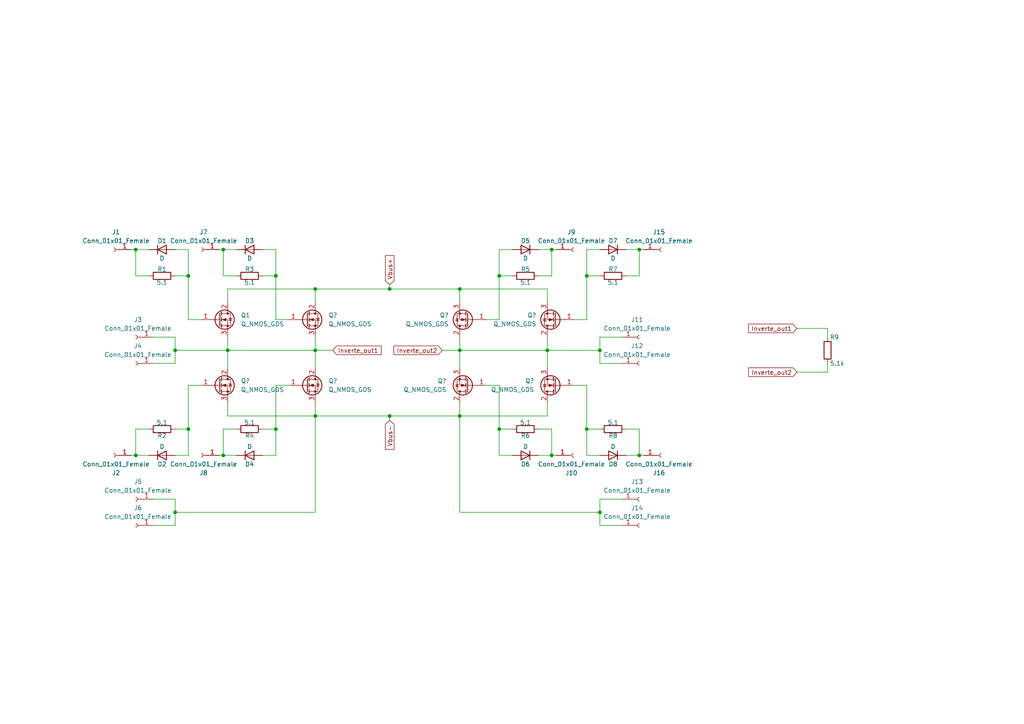
<source format=kicad_sch>
(kicad_sch (version 20211123) (generator eeschema)
  (paper "A4")
  (lib_symbols
    (symbol "Connector:Conn_01x01_Female" (pin_names (offset 1.016) hide)
      (property "Reference" "J" (at 0 2.54 0))
      (property "Value" "Conn_01x01_Female" (at 0 -2.54 0))
      (symbol "Conn_01x01_Female_1_1"
        (polyline (pts (xy -1.27 0) (xy -0.508 0)) (stroke (width 0.1524)))
        (arc (start 0 0.508) (mid -0.508 0) (end 0 -0.508) (stroke (width 0.1524)))
        (pin passive line (at -5.08 0 0) (length 3.81) (name "Pin_1") (number "1"))
      )
    )
    (symbol "Device:D" (pin_numbers hide) (pin_names (offset 1.016) hide)
      (property "Reference" "D" (at 0 2.54 0))
      (property "Value" "D" (at 0 -2.54 0))
      (symbol "D_0_1"
        (polyline (pts (xy -1.27 1.27) (xy -1.27 -1.27)) (stroke (width 0.254)))
        (polyline (pts (xy 1.27 0) (xy -1.27 0)))
        (polyline (pts (xy 1.27 1.27) (xy 1.27 -1.27) (xy -1.27 0) (xy 1.27 1.27)) (stroke (width 0.254)))
      )
      (symbol "D_1_1"
        (pin passive line (at -3.81 0 0) (length 2.54) (name "K") (number "1"))
        (pin passive line (at 3.81 0 180) (length 2.54) (name "A") (number "2"))
      )
    )
    (symbol "Device:Q_NMOS_GDS" (pin_names (offset 0) hide)
      (property "Reference" "Q" (at 5.08 1.27 0))
      (property "Value" "Q_NMOS_GDS" (at 5.08 -1.27 0))
      (symbol "Q_NMOS_GDS_0_1"
        (polyline (pts (xy 0.254 0) (xy -2.54 0)))
        (polyline (pts (xy 0.254 1.905) (xy 0.254 -1.905)) (stroke (width 0.254)))
        (polyline (pts (xy 0.762 -1.27) (xy 0.762 -2.286)) (stroke (width 0.254)))
        (polyline (pts (xy 0.762 0.508) (xy 0.762 -0.508)) (stroke (width 0.254)))
        (polyline (pts (xy 0.762 2.286) (xy 0.762 1.27)) (stroke (width 0.254)))
        (polyline (pts (xy 2.54 2.54) (xy 2.54 1.778)))
        (polyline (pts (xy 2.54 -2.54) (xy 2.54 0) (xy 0.762 0)))
        (polyline (pts (xy 0.762 -1.778) (xy 3.302 -1.778) (xy 3.302 1.778) (xy 0.762 1.778)))
        (polyline (pts (xy 1.016 0) (xy 2.032 0.381) (xy 2.032 -0.381) (xy 1.016 0)) (fill (type outline)))
        (polyline (pts (xy 2.794 0.508) (xy 2.921 0.381) (xy 3.683 0.381) (xy 3.81 0.254)))
        (polyline (pts (xy 3.302 0.381) (xy 2.921 -0.254) (xy 3.683 -0.254) (xy 3.302 0.381)))
        (circle (center 1.651 0) (radius 2.794) (stroke (width 0.254)))
        (circle (center 2.54 -1.778) (radius 0.254) (fill (type outline)))
        (circle (center 2.54 1.778) (radius 0.254) (fill (type outline)))
      )
      (symbol "Q_NMOS_GDS_1_1"
        (pin input line (at -5.08 0 0) (length 2.54) (name "G") (number "1"))
        (pin passive line (at 2.54 5.08 270) (length 2.54) (name "D") (number "2"))
        (pin passive line (at 2.54 -5.08 90) (length 2.54) (name "S") (number "3"))
      )
    )
    (symbol "Device:R" (pin_numbers hide) (pin_names (offset 0))
      (property "Reference" "R" (at 2.032 0 90))
      (property "Value" "R" (at 0 0 90))
      (symbol "R_0_1"
        (rectangle (start -1.016 -2.54) (end 1.016 2.54) (stroke (width 0.254)))
      )
      (symbol "R_1_1"
        (pin passive line (at 0 3.81 270) (length 1.27) (name "~") (number "1"))
        (pin passive line (at 0 -3.81 90) (length 1.27) (name "~") (number "2"))
      )
    )
  )
  (junction (at 54.61 124.46))
  (junction (at 64.77 132.08))
  (junction (at 80.01 80.01))
  (junction (at 91.44 101.6))
  (junction (at 133.35 120.65))
  (junction (at 173.99 101.6))
  (junction (at 133.35 101.6))
  (junction (at 160.02 132.08))
  (junction (at 50.8 101.6))
  (junction (at 133.35 83.82))
  (junction (at 160.02 72.39))
  (junction (at 80.01 124.46))
  (junction (at 144.78 80.01))
  (junction (at 91.44 120.65))
  (junction (at 66.04 101.6))
  (junction (at 173.99 148.59))
  (junction (at 185.42 72.39))
  (junction (at 54.61 80.01))
  (junction (at 39.37 72.39))
  (junction (at 158.75 101.6))
  (junction (at 64.77 72.39))
  (junction (at 170.18 80.01))
  (junction (at 50.8 148.59))
  (junction (at 144.78 124.46))
  (junction (at 113.03 83.82))
  (junction (at 170.18 124.46))
  (junction (at 185.42 132.08))
  (junction (at 39.37 132.08))
  (junction (at 91.44 83.82))
  (junction (at 113.03 120.65))
  (wire (pts (xy 50.8 132.08) (xy 54.61 132.08)))
  (wire (pts (xy 39.37 80.01) (xy 43.18 80.01)))
  (wire (pts (xy 173.99 148.59) (xy 173.99 152.4)))
  (wire (pts (xy 156.21 132.08) (xy 160.02 132.08)))
  (wire (pts (xy 68.58 72.39) (xy 64.77 72.39)))
  (wire (pts (xy 50.8 97.79) (xy 50.8 101.6)))
  (wire (pts (xy 50.8 101.6) (xy 66.04 101.6)))
  (wire (pts (xy 148.59 72.39) (xy 144.78 72.39)))
  (wire (pts (xy 160.02 72.39) (xy 160.02 80.01)))
  (wire (pts (xy 173.99 97.79) (xy 173.99 101.6)))
  (wire (pts (xy 170.18 72.39) (xy 170.18 80.01)))
  (wire (pts (xy 160.02 132.08) (xy 160.02 124.46)))
  (wire (pts (xy 173.99 148.59) (xy 133.35 148.59)))
  (wire (pts (xy 50.8 72.39) (xy 54.61 72.39)))
  (wire (pts (xy 158.75 116.84) (xy 158.75 120.65)))
  (wire (pts (xy 173.99 124.46) (xy 170.18 124.46)))
  (wire (pts (xy 180.34 97.79) (xy 173.99 97.79)))
  (wire (pts (xy 173.99 105.41) (xy 180.34 105.41)))
  (wire (pts (xy 91.44 101.6) (xy 66.04 101.6)))
  (wire (pts (xy 133.35 83.82) (xy 133.35 87.63)))
  (wire (pts (xy 156.21 72.39) (xy 160.02 72.39)))
  (wire (pts (xy 144.78 72.39) (xy 144.78 80.01)))
  (wire (pts (xy 76.2 124.46) (xy 80.01 124.46)))
  (wire (pts (xy 50.8 144.78) (xy 50.8 148.59)))
  (wire (pts (xy 91.44 83.82) (xy 113.03 83.82)))
  (wire (pts (xy 144.78 132.08) (xy 144.78 124.46)))
  (wire (pts (xy 173.99 101.6) (xy 158.75 101.6)))
  (wire (pts (xy 144.78 111.76) (xy 140.97 111.76)))
  (wire (pts (xy 54.61 92.71) (xy 58.42 92.71)))
  (wire (pts (xy 170.18 92.71) (xy 166.37 92.71)))
  (wire (pts (xy 50.8 80.01) (xy 54.61 80.01)))
  (wire (pts (xy 144.78 80.01) (xy 144.78 92.71)))
  (wire (pts (xy 50.8 105.41) (xy 44.45 105.41)))
  (wire (pts (xy 50.8 152.4) (xy 44.45 152.4)))
  (wire (pts (xy 133.35 101.6) (xy 158.75 101.6)))
  (wire (pts (xy 44.45 97.79) (xy 50.8 97.79)))
  (wire (pts (xy 66.04 101.6) (xy 66.04 97.79)))
  (wire (pts (xy 66.04 101.6) (xy 66.04 106.68)))
  (wire (pts (xy 158.75 120.65) (xy 133.35 120.65)))
  (wire (pts (xy 173.99 132.08) (xy 170.18 132.08)))
  (wire (pts (xy 50.8 124.46) (xy 54.61 124.46)))
  (wire (pts (xy 148.59 124.46) (xy 144.78 124.46)))
  (wire (pts (xy 91.44 120.65) (xy 113.03 120.65)))
  (wire (pts (xy 76.2 72.39) (xy 80.01 72.39)))
  (wire (pts (xy 80.01 132.08) (xy 80.01 124.46)))
  (wire (pts (xy 39.37 72.39) (xy 39.37 80.01)))
  (wire (pts (xy 91.44 101.6) (xy 91.44 106.68)))
  (wire (pts (xy 68.58 132.08) (xy 64.77 132.08)))
  (wire (pts (xy 148.59 132.08) (xy 144.78 132.08)))
  (wire (pts (xy 240.03 95.25) (xy 240.03 97.79)))
  (wire (pts (xy 158.75 101.6) (xy 158.75 106.68)))
  (wire (pts (xy 186.69 132.08) (xy 185.42 132.08)))
  (wire (pts (xy 161.29 72.39) (xy 160.02 72.39)))
  (wire (pts (xy 148.59 80.01) (xy 144.78 80.01)))
  (wire (pts (xy 39.37 124.46) (xy 43.18 124.46)))
  (wire (pts (xy 91.44 101.6) (xy 96.52 101.6)))
  (wire (pts (xy 160.02 80.01) (xy 156.21 80.01)))
  (wire (pts (xy 76.2 80.01) (xy 80.01 80.01)))
  (wire (pts (xy 113.03 120.65) (xy 133.35 120.65)))
  (wire (pts (xy 54.61 132.08) (xy 54.61 124.46)))
  (wire (pts (xy 80.01 124.46) (xy 80.01 111.76)))
  (wire (pts (xy 91.44 148.59) (xy 91.44 120.65)))
  (wire (pts (xy 63.5 72.39) (xy 64.77 72.39)))
  (wire (pts (xy 185.42 72.39) (xy 185.42 80.01)))
  (wire (pts (xy 66.04 83.82) (xy 91.44 83.82)))
  (wire (pts (xy 144.78 124.46) (xy 144.78 111.76)))
  (wire (pts (xy 231.14 95.25) (xy 240.03 95.25)))
  (wire (pts (xy 80.01 72.39) (xy 80.01 80.01)))
  (wire (pts (xy 170.18 111.76) (xy 166.37 111.76)))
  (wire (pts (xy 113.03 82.55) (xy 113.03 83.82)))
  (wire (pts (xy 158.75 83.82) (xy 133.35 83.82)))
  (wire (pts (xy 158.75 101.6) (xy 158.75 97.79)))
  (wire (pts (xy 50.8 148.59) (xy 91.44 148.59)))
  (wire (pts (xy 173.99 80.01) (xy 170.18 80.01)))
  (wire (pts (xy 161.29 132.08) (xy 160.02 132.08)))
  (wire (pts (xy 63.5 132.08) (xy 64.77 132.08)))
  (wire (pts (xy 173.99 152.4) (xy 180.34 152.4)))
  (wire (pts (xy 54.61 72.39) (xy 54.61 80.01)))
  (wire (pts (xy 39.37 132.08) (xy 39.37 124.46)))
  (wire (pts (xy 91.44 97.79) (xy 91.44 101.6)))
  (wire (pts (xy 80.01 92.71) (xy 83.82 92.71)))
  (wire (pts (xy 173.99 101.6) (xy 173.99 105.41)))
  (wire (pts (xy 186.69 72.39) (xy 185.42 72.39)))
  (wire (pts (xy 91.44 120.65) (xy 91.44 116.84)))
  (wire (pts (xy 66.04 87.63) (xy 66.04 83.82)))
  (wire (pts (xy 133.35 148.59) (xy 133.35 120.65)))
  (wire (pts (xy 54.61 80.01) (xy 54.61 92.71)))
  (wire (pts (xy 54.61 124.46) (xy 54.61 111.76)))
  (wire (pts (xy 144.78 92.71) (xy 140.97 92.71)))
  (wire (pts (xy 173.99 144.78) (xy 173.99 148.59)))
  (wire (pts (xy 185.42 80.01) (xy 181.61 80.01)))
  (wire (pts (xy 185.42 132.08) (xy 185.42 124.46)))
  (wire (pts (xy 38.1 132.08) (xy 39.37 132.08)))
  (wire (pts (xy 181.61 72.39) (xy 185.42 72.39)))
  (wire (pts (xy 91.44 83.82) (xy 91.44 87.63)))
  (wire (pts (xy 240.03 105.41) (xy 240.03 107.95)))
  (wire (pts (xy 80.01 111.76) (xy 83.82 111.76)))
  (wire (pts (xy 133.35 97.79) (xy 133.35 101.6)))
  (wire (pts (xy 66.04 116.84) (xy 66.04 120.65)))
  (wire (pts (xy 64.77 80.01) (xy 68.58 80.01)))
  (wire (pts (xy 128.27 101.6) (xy 133.35 101.6)))
  (wire (pts (xy 231.14 107.95) (xy 240.03 107.95)))
  (wire (pts (xy 43.18 72.39) (xy 39.37 72.39)))
  (wire (pts (xy 133.35 101.6) (xy 133.35 106.68)))
  (wire (pts (xy 66.04 120.65) (xy 91.44 120.65)))
  (wire (pts (xy 80.01 80.01) (xy 80.01 92.71)))
  (wire (pts (xy 64.77 132.08) (xy 64.77 124.46)))
  (wire (pts (xy 113.03 83.82) (xy 133.35 83.82)))
  (wire (pts (xy 38.1 72.39) (xy 39.37 72.39)))
  (wire (pts (xy 64.77 124.46) (xy 68.58 124.46)))
  (wire (pts (xy 50.8 101.6) (xy 50.8 105.41)))
  (wire (pts (xy 180.34 144.78) (xy 173.99 144.78)))
  (wire (pts (xy 170.18 124.46) (xy 170.18 111.76)))
  (wire (pts (xy 170.18 80.01) (xy 170.18 92.71)))
  (wire (pts (xy 185.42 124.46) (xy 181.61 124.46)))
  (wire (pts (xy 158.75 87.63) (xy 158.75 83.82)))
  (wire (pts (xy 181.61 132.08) (xy 185.42 132.08)))
  (wire (pts (xy 76.2 132.08) (xy 80.01 132.08)))
  (wire (pts (xy 160.02 124.46) (xy 156.21 124.46)))
  (wire (pts (xy 43.18 132.08) (xy 39.37 132.08)))
  (wire (pts (xy 50.8 148.59) (xy 50.8 152.4)))
  (wire (pts (xy 64.77 72.39) (xy 64.77 80.01)))
  (wire (pts (xy 173.99 72.39) (xy 170.18 72.39)))
  (wire (pts (xy 133.35 120.65) (xy 133.35 116.84)))
  (wire (pts (xy 113.03 120.65) (xy 113.03 121.92)))
  (wire (pts (xy 44.45 144.78) (xy 50.8 144.78)))
  (wire (pts (xy 54.61 111.76) (xy 58.42 111.76)))
  (wire (pts (xy 170.18 132.08) (xy 170.18 124.46)))
  (global_label "Inverte_out1" (shape input) (at 231.14 95.25 180) (property "Intersheet References" "${INTERSHEET_REFS}" (effects hide)))
  (global_label "Inverte_out2" (shape input) (at 128.27 101.6 180) (property "Intersheet References" "${INTERSHEET_REFS}" (effects hide)))
  (global_label "Inverte_out1" (shape input) (at 96.52 101.6 0) (property "Intersheet References" "${INTERSHEET_REFS}" (effects hide)))
  (global_label "Vbus+" (shape input) (at 113.03 82.55 90) (property "Intersheet References" "${INTERSHEET_REFS}" (effects hide)))
  (global_label "Inverte_out2" (shape input) (at 231.14 107.95 180) (property "Intersheet References" "${INTERSHEET_REFS}" (effects hide)))
  (global_label "Vbus-" (shape input) (at 113.03 121.92 270) (property "Intersheet References" "${INTERSHEET_REFS}" (effects hide)))
  (symbol (lib_id "Connector:Conn_01x01_Female") (at 185.42 144.78 0) (mirror x) (unit 1)
    (property "Reference" "J13" (at 184.785 139.7 0))
    (property "Value" "Conn_01x01_Female" (at 184.785 142.24 0))
    (property "Footprint" "Connector_PinSocket_2.54mm:PinSocket_1x01_P2.54mm_Vertical" (effects hide))
  )
  (symbol (lib_id "Device:R") (at 46.99 80.01 90) (unit 1)
    (property "Reference" "R1" (at 46.99 78.105 90))
    (property "Value" "5.1" (at 46.99 81.915 90))
    (property "Footprint" "Resistor_SMD:R_1206_3216Metric" (effects hide))
  )
  (symbol (lib_id "Connector:Conn_01x01_Female") (at 185.42 97.79 0) (mirror x) (unit 1)
    (property "Reference" "J11" (at 184.785 92.71 0))
    (property "Value" "Conn_01x01_Female" (at 184.785 95.25 0))
    (property "Footprint" "Connector_PinSocket_2.54mm:PinSocket_1x01_P2.54mm_Vertical" (effects hide))
  )
  (symbol (lib_id "Device:Q_NMOS_GDS") (at 88.9 111.76 0) (unit 1)
    (property "Reference" "Q?" (at 95.25 110.4899 0) (effects (justify left)))
    (property "Value" "Q_NMOS_GDS" (at 95.25 113.0299 0) (effects (justify left)))
    (property "Footprint" "Package_TO_SOT_SMD:TO-3P-SideMount" (effects hide))
  )
  (symbol (lib_id "Device:R") (at 152.4 124.46 270) (unit 1)
    (property "Reference" "R6" (at 152.4 126.365 90))
    (property "Value" "5.1" (at 152.4 122.555 90))
    (property "Footprint" "Resistor_SMD:R_1206_3216Metric" (effects hide))
  )
  (symbol (lib_id "Device:R") (at 152.4 80.01 270) (mirror x) (unit 1)
    (property "Reference" "R5" (at 152.4 78.105 90))
    (property "Value" "5.1" (at 152.4 81.915 90))
    (property "Footprint" "Resistor_SMD:R_1206_3216Metric" (effects hide))
  )
  (symbol (lib_id "Device:R") (at 177.8 80.01 270) (mirror x) (unit 1)
    (property "Reference" "R7" (at 177.8 78.105 90))
    (property "Value" "5.1" (at 177.8 81.915 90))
    (property "Footprint" "Resistor_SMD:R_1206_3216Metric" (effects hide))
  )
  (symbol (lib_id "Device:R") (at 240.03 101.6 180) (unit 1)
    (property "Reference" "R9" (at 240.665 97.79 0) (effects (justify right)))
    (property "Value" "5.1k" (at 240.665 105.41 0) (effects (justify right)))
    (property "Footprint" "Resistor_SMD:R_0805_2012Metric" (effects hide))
  )
  (symbol (lib_id "Device:D") (at 152.4 132.08 180) (unit 1)
    (property "Reference" "D6" (at 152.4 134.62 0))
    (property "Value" "D" (at 152.4 129.54 0))
    (property "Footprint" "Diode_SMD:D_0805_2012Metric" (effects hide))
  )
  (symbol (lib_id "Connector:Conn_01x01_Female") (at 33.02 72.39 180) (unit 1)
    (property "Reference" "J1" (at 33.655 67.31 0))
    (property "Value" "Conn_01x01_Female" (at 33.655 69.85 0))
  )
  (symbol (lib_id "Device:D") (at 46.99 132.08 0) (mirror x) (unit 1)
    (property "Reference" "D2" (at 46.99 134.62 0))
    (property "Value" "D" (at 46.99 129.54 0))
    (property "Footprint" "Diode_SMD:D_0805_2012Metric" (effects hide))
  )
  (symbol (lib_id "Connector:Conn_01x01_Female") (at 191.77 72.39 0) (mirror x) (unit 1)
    (property "Reference" "J15" (at 191.135 67.31 0))
    (property "Value" "Conn_01x01_Female" (at 191.135 69.85 0))
    (property "Footprint" "Connector_PinSocket_2.54mm:PinSocket_1x01_P2.54mm_Vertical" (effects hide))
  )
  (symbol (lib_id "Connector:Conn_01x01_Female") (at 39.37 97.79 180) (unit 1)
    (property "Reference" "J3" (at 40.005 92.71 0))
    (property "Value" "Conn_01x01_Female" (at 40.005 95.25 0))
    (property "Footprint" "Connector_PinSocket_2.54mm:PinSocket_1x01_P2.54mm_Vertical" (effects hide))
  )
  (symbol (lib_id "Device:D") (at 72.39 132.08 0) (mirror x) (unit 1)
    (property "Reference" "D4" (at 72.39 134.62 0))
    (property "Value" "D" (at 72.39 129.54 0))
    (property "Footprint" "Diode_SMD:D_0805_2012Metric" (effects hide))
  )
  (symbol (lib_id "Device:Q_NMOS_GDS") (at 135.89 92.71 180) (unit 1)
    (property "Reference" "Q?" (at 130.175 91.4399 0) (effects (justify left)))
    (property "Value" "Q_NMOS_GDS" (at 130.175 93.9799 0) (effects (justify left)))
    (property "Footprint" "Package_TO_SOT_SMD:TO-3P-SideMount" (effects hide))
  )
  (symbol (lib_id "Device:Q_NMOS_GDS") (at 135.89 111.76 180) (unit 1)
    (property "Reference" "Q?" (at 129.54 110.4899 0) (effects (justify left)))
    (property "Value" "Q_NMOS_GDS" (at 129.54 113.0299 0) (effects (justify left)))
    (property "Footprint" "Package_TO_SOT_SMD:TO-3P-SideMount" (effects hide))
  )
  (symbol (lib_id "Connector:Conn_01x01_Female") (at 39.37 105.41 180) (unit 1)
    (property "Reference" "J4" (at 40.005 100.33 0))
    (property "Value" "Conn_01x01_Female" (at 40.005 102.87 0))
    (property "Footprint" "Connector_PinSocket_2.54mm:PinSocket_1x01_P2.54mm_Vertical" (effects hide))
  )
  (symbol (lib_id "Connector:Conn_01x01_Female") (at 185.42 105.41 0) (mirror x) (unit 1)
    (property "Reference" "J12" (at 184.785 100.33 0))
    (property "Value" "Conn_01x01_Female" (at 184.785 102.87 0))
    (property "Footprint" "Connector_PinSocket_2.54mm:PinSocket_1x01_P2.54mm_Vertical" (effects hide))
  )
  (symbol (lib_id "Device:Q_NMOS_GDS") (at 63.5 111.76 0) (unit 1)
    (property "Reference" "Q?" (at 69.85 110.4899 0) (effects (justify left)))
    (property "Value" "Q_NMOS_GDS" (at 69.85 113.0299 0) (effects (justify left)))
    (property "Footprint" "Package_TO_SOT_SMD:TO-3P-SideMount" (effects hide))
  )
  (symbol (lib_id "Connector:Conn_01x01_Female") (at 185.42 152.4 0) (mirror x) (unit 1)
    (property "Reference" "J14" (at 184.785 147.32 0))
    (property "Value" "Conn_01x01_Female" (at 184.785 149.86 0))
    (property "Footprint" "Connector_PinSocket_2.54mm:PinSocket_1x01_P2.54mm_Vertical" (effects hide))
  )
  (symbol (lib_id "Device:R") (at 46.99 124.46 90) (mirror x) (unit 1)
    (property "Reference" "R2" (at 46.99 126.365 90))
    (property "Value" "5.1" (at 46.99 122.555 90))
    (property "Footprint" "Resistor_SMD:R_1206_3216Metric" (effects hide))
  )
  (symbol (lib_id "Device:R") (at 177.8 124.46 270) (unit 1)
    (property "Reference" "R8" (at 177.8 126.365 90))
    (property "Value" "5.1" (at 177.8 122.555 90))
    (property "Footprint" "Resistor_SMD:R_1206_3216Metric" (effects hide))
  )
  (symbol (lib_id "Connector:Conn_01x01_Female") (at 58.42 132.08 0) (mirror y) (unit 1)
    (property "Reference" "J8" (at 59.055 137.16 0))
    (property "Value" "Conn_01x01_Female" (at 59.055 134.62 0))
    (property "Footprint" "Connector_PinSocket_2.54mm:PinSocket_1x01_P2.54mm_Vertical" (effects hide))
  )
  (symbol (lib_id "Connector:Conn_01x01_Female") (at 166.37 72.39 0) (mirror x) (unit 1)
    (property "Reference" "J9" (at 165.735 67.31 0))
    (property "Value" "Conn_01x01_Female" (at 165.735 69.85 0))
    (property "Footprint" "Connector_PinSocket_2.54mm:PinSocket_1x01_P2.54mm_Vertical" (effects hide))
  )
  (symbol (lib_id "Device:Q_NMOS_GDS") (at 161.29 111.76 180) (unit 1)
    (property "Reference" "Q?" (at 154.94 110.4899 0) (effects (justify left)))
    (property "Value" "Q_NMOS_GDS" (at 154.94 113.0299 0) (effects (justify left)))
    (property "Footprint" "Package_TO_SOT_SMD:TO-3P-SideMount" (effects hide))
  )
  (symbol (lib_id "Device:Q_NMOS_GDS") (at 63.5 92.71 0) (unit 1)
    (property "Reference" "Q1" (at 69.85 91.4399 0) (effects (justify left)))
    (property "Value" "Q_NMOS_GDS" (at 69.85 93.9799 0) (effects (justify left)))
    (property "Footprint" "Package_TO_SOT_SMD:TO-3P-SideMount" (effects hide))
  )
  (symbol (lib_id "Device:D") (at 152.4 72.39 0) (mirror y) (unit 1)
    (property "Reference" "D5" (at 152.4 69.85 0))
    (property "Value" "D" (at 152.4 74.93 0))
    (property "Footprint" "Diode_SMD:D_0805_2012Metric" (effects hide))
  )
  (symbol (lib_id "Connector:Conn_01x01_Female") (at 33.02 132.08 0) (mirror y) (unit 1)
    (property "Reference" "J2" (at 33.655 137.16 0))
    (property "Value" "Conn_01x01_Female" (at 33.655 134.62 0))
    (property "Footprint" "Connector_PinSocket_2.54mm:PinSocket_1x01_P2.54mm_Vertical" (effects hide))
  )
  (symbol (lib_id "Connector:Conn_01x01_Female") (at 39.37 144.78 180) (unit 1)
    (property "Reference" "J5" (at 40.005 139.7 0))
    (property "Value" "Conn_01x01_Female" (at 40.005 142.24 0))
    (property "Footprint" "Connector_PinSocket_2.54mm:PinSocket_1x01_P2.54mm_Vertical" (effects hide))
  )
  (symbol (lib_id "Connector:Conn_01x01_Female") (at 58.42 72.39 180) (unit 1)
    (property "Reference" "J7" (at 59.055 67.31 0))
    (property "Value" "Conn_01x01_Female" (at 59.055 69.85 0))
    (property "Footprint" "Connector_PinSocket_2.54mm:PinSocket_1x01_P2.54mm_Vertical" (effects hide))
  )
  (symbol (lib_id "Device:D") (at 72.39 72.39 0) (unit 1)
    (property "Reference" "D3" (at 72.39 69.85 0))
    (property "Value" "D" (at 72.39 74.93 0))
    (property "Footprint" "Diode_SMD:D_0805_2012Metric" (effects hide))
  )
  (symbol (lib_id "Device:R") (at 72.39 80.01 90) (unit 1)
    (property "Reference" "R3" (at 72.39 78.105 90))
    (property "Value" "5.1" (at 72.39 81.915 90))
    (property "Footprint" "Resistor_SMD:R_1206_3216Metric" (effects hide))
  )
  (symbol (lib_id "Device:Q_NMOS_GDS") (at 161.29 92.71 180) (unit 1)
    (property "Reference" "Q?" (at 155.575 91.4399 0) (effects (justify left)))
    (property "Value" "Q_NMOS_GDS" (at 155.575 93.9799 0) (effects (justify left)))
    (property "Footprint" "Package_TO_SOT_SMD:TO-3P-SideMount" (effects hide))
  )
  (symbol (lib_id "Connector:Conn_01x01_Female") (at 39.37 152.4 180) (unit 1)
    (property "Reference" "J6" (at 40.005 147.32 0))
    (property "Value" "Conn_01x01_Female" (at 40.005 149.86 0))
    (property "Footprint" "Connector_PinSocket_2.54mm:PinSocket_1x01_P2.54mm_Vertical" (effects hide))
  )
  (symbol (lib_id "Device:D") (at 177.8 72.39 0) (mirror y) (unit 1)
    (property "Reference" "D7" (at 177.8 69.85 0))
    (property "Value" "D" (at 177.8 74.93 0))
    (property "Footprint" "Diode_SMD:D_0805_2012Metric" (effects hide))
  )
  (symbol (lib_id "Connector:Conn_01x01_Female") (at 166.37 132.08 0) (unit 1)
    (property "Reference" "J10" (at 165.735 137.16 0))
    (property "Value" "Conn_01x01_Female" (at 165.735 134.62 0))
    (property "Footprint" "Connector_PinSocket_2.54mm:PinSocket_1x01_P2.54mm_Vertical" (effects hide))
  )
  (symbol (lib_id "Device:Q_NMOS_GDS") (at 88.9 92.71 0) (unit 1)
    (property "Reference" "Q?" (at 95.25 91.4399 0) (effects (justify left)))
    (property "Value" "Q_NMOS_GDS" (at 95.25 93.9799 0) (effects (justify left)))
    (property "Footprint" "Package_TO_SOT_SMD:TO-3P-SideMount" (effects hide))
  )
  (symbol (lib_id "Device:D") (at 46.99 72.39 0) (unit 1)
    (property "Reference" "D1" (at 46.99 69.85 0))
    (property "Value" "D" (at 46.99 74.93 0))
    (property "Footprint" "Diode_SMD:D_0805_2012Metric" (effects hide))
  )
  (symbol (lib_id "Device:R") (at 72.39 124.46 90) (mirror x) (unit 1)
    (property "Reference" "R4" (at 72.39 126.365 90))
    (property "Value" "5.1" (at 72.39 122.555 90))
    (property "Footprint" "Resistor_SMD:R_1206_3216Metric" (effects hide))
  )
  (symbol (lib_id "Connector:Conn_01x01_Female") (at 191.77 132.08 0) (unit 1)
    (property "Reference" "J16" (at 191.135 137.16 0))
    (property "Value" "Conn_01x01_Female" (at 191.135 134.62 0))
    (property "Footprint" "Connector_PinSocket_2.54mm:PinSocket_1x01_P2.54mm_Vertical" (effects hide))
  )
  (symbol (lib_id "Device:D") (at 177.8 132.08 180) (unit 1)
    (property "Reference" "D8" (at 177.8 134.62 0))
    (property "Value" "D" (at 177.8 129.54 0))
    (property "Footprint" "Diode_SMD:D_0805_2012Metric" (effects hide))
  )
)
</source>
